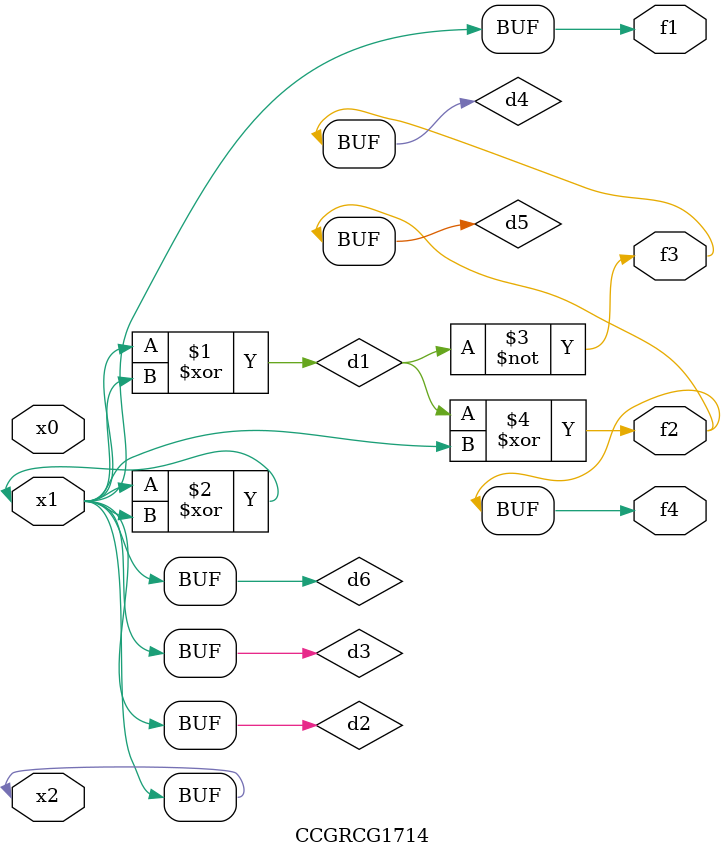
<source format=v>
module CCGRCG1714(
	input x0, x1, x2,
	output f1, f2, f3, f4
);

	wire d1, d2, d3, d4, d5, d6;

	xor (d1, x1, x2);
	buf (d2, x1, x2);
	xor (d3, x1, x2);
	nor (d4, d1);
	xor (d5, d1, d2);
	buf (d6, d2, d3);
	assign f1 = d6;
	assign f2 = d5;
	assign f3 = d4;
	assign f4 = d5;
endmodule

</source>
